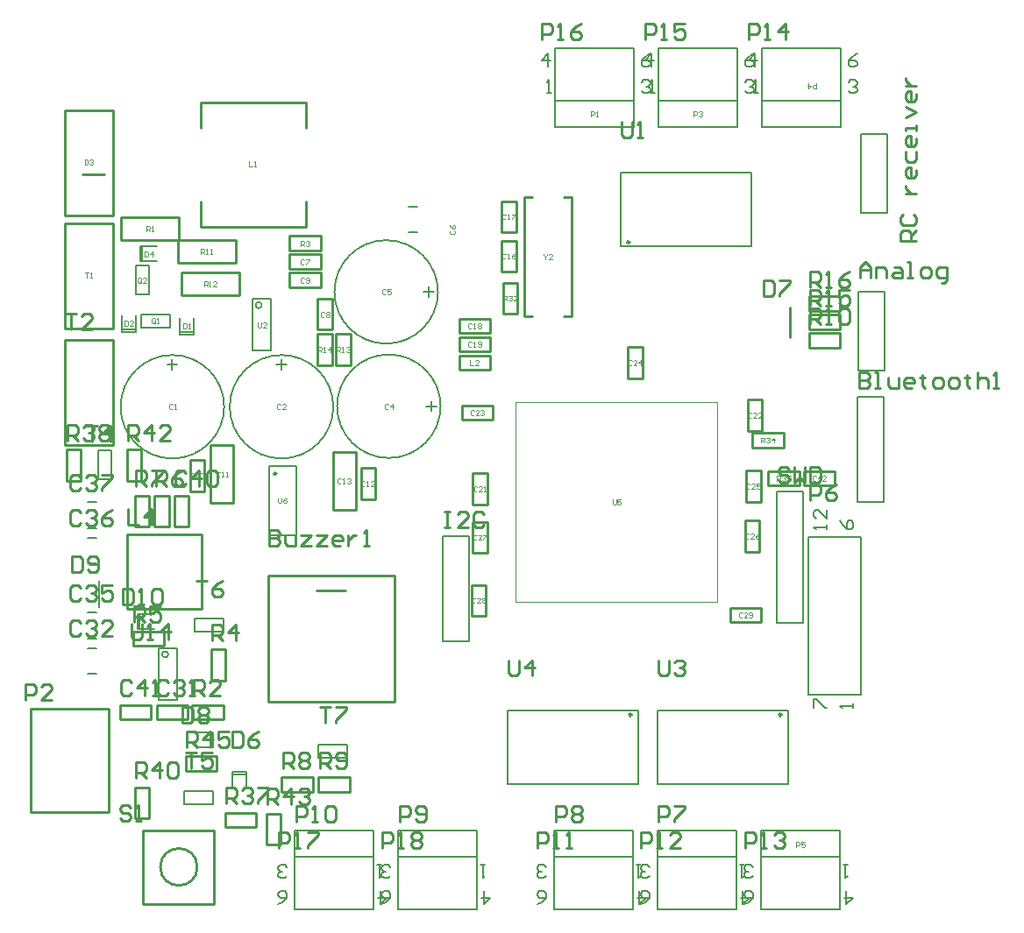
<source format=gto>
%FSLAX25Y25*%
%MOIN*%
G70*
G01*
G75*
G04 Layer_Color=65535*
%ADD10R,0.03740X0.03150*%
%ADD11C,0.02500*%
%ADD12R,0.03150X0.03740*%
%ADD13R,0.18000X0.12598*%
%ADD14R,0.05118X0.02756*%
%ADD15R,0.02559X0.04724*%
%ADD16O,0.09449X0.02362*%
%ADD17R,0.09449X0.02362*%
%ADD18R,0.28740X0.10433*%
%ADD19R,0.04921X0.06299*%
%ADD20R,0.05500X0.07600*%
%ADD21R,0.05118X0.10630*%
%ADD22R,0.06299X0.06299*%
%ADD23R,0.04724X0.02559*%
%ADD24R,0.15748X0.21654*%
%ADD25R,0.06299X0.04921*%
%ADD26R,0.10000X0.07000*%
%ADD27R,0.06299X0.06299*%
%ADD28R,0.05906X0.01300*%
%ADD29R,0.01300X0.05906*%
%ADD30R,0.10039X0.12992*%
%ADD31R,0.10039X0.03740*%
%ADD32R,0.09000X0.22000*%
%ADD33O,0.02362X0.08661*%
%ADD34R,0.02362X0.08661*%
%ADD35C,0.01000*%
%ADD36C,0.02000*%
%ADD37C,0.03000*%
%ADD38C,0.06000*%
%ADD39C,0.05906*%
%ADD40R,0.05906X0.05906*%
%ADD41C,0.09843*%
%ADD42R,0.08400X0.08400*%
%ADD43R,0.05906X0.05906*%
%ADD44C,0.21654*%
%ADD45C,0.05000*%
%ADD46R,0.07500X0.05000*%
%ADD47R,0.04724X0.02165*%
%ADD48C,0.00787*%
%ADD49C,0.00984*%
%ADD50C,0.00800*%
%ADD51C,0.00394*%
%ADD52C,0.00591*%
D35*
X-258952Y485601D02*
G03*
X-258952Y485601I-7018J0D01*
G01*
X-95256Y671594D02*
Y683405D01*
X-89744D01*
Y671594D02*
Y683405D01*
X-95256Y671594D02*
X-89744D01*
X-56406Y578744D02*
X-44594D01*
X-56406D02*
Y584256D01*
X-44594D01*
Y578744D02*
Y584256D01*
X-149244Y581095D02*
Y592906D01*
X-154756Y581095D02*
X-149244D01*
X-154756D02*
Y592906D01*
X-149244D01*
X-148744Y605094D02*
Y616905D01*
X-154256Y605094D02*
X-148744D01*
X-154256D02*
Y616905D01*
X-148744D01*
X-50756Y605594D02*
Y617406D01*
X-45244D01*
Y605594D02*
Y617406D01*
X-50756Y605594D02*
X-45244D01*
X-50256Y624594D02*
Y636406D01*
X-44744D01*
Y624594D02*
Y636406D01*
X-50256Y624594D02*
X-44744D01*
X-158405Y655744D02*
X-146595D01*
X-158405D02*
Y661256D01*
X-146595D01*
Y655744D02*
Y661256D01*
X-49756Y651594D02*
Y663406D01*
X-44244D01*
Y651594D02*
Y663406D01*
X-49756Y651594D02*
X-44244D01*
X-148744Y623595D02*
Y635405D01*
X-154256Y623595D02*
X-148744D01*
X-154256D02*
Y635405D01*
X-148744D01*
X-213709Y590709D02*
X-202488D01*
X-184000Y548500D02*
Y596500D01*
X-232000D02*
X-184000D01*
X-232000Y548500D02*
Y596500D01*
Y548500D02*
X-184000D01*
X-33736Y687291D02*
Y698512D01*
X-226905Y519756D02*
X-215094D01*
Y514244D02*
Y519756D01*
X-226905Y514244D02*
X-215094D01*
X-226905D02*
Y519756D01*
X-212906Y514244D02*
X-201095D01*
X-212906D02*
Y519756D01*
X-201095D01*
Y514244D02*
Y519756D01*
X-26406Y702756D02*
X-14594D01*
Y697244D02*
Y702756D01*
X-26406Y697244D02*
X-14594D01*
X-26406D02*
Y702756D01*
Y695756D02*
X-14594D01*
Y690244D02*
Y695756D01*
X-26406Y690244D02*
X-14594D01*
X-26406D02*
Y695756D01*
Y688756D02*
X-14594D01*
Y683244D02*
Y688756D01*
X-26406Y683244D02*
X-14594D01*
X-26406D02*
Y688756D01*
X-322264Y506315D02*
X-292736D01*
Y545685D01*
X-322264D02*
X-292736D01*
X-322264Y506315D02*
Y545685D01*
X-282756Y615095D02*
Y626905D01*
X-277244D01*
Y615095D02*
Y626905D01*
X-282756Y615095D02*
X-277244D01*
X-269744Y615095D02*
Y626905D01*
X-275256Y615095D02*
X-269744D01*
X-275256D02*
Y626905D01*
X-269744D01*
X-283405Y575256D02*
X-271595D01*
Y569744D02*
Y575256D01*
X-283405Y569744D02*
X-271595D01*
X-283405D02*
Y575256D01*
X-248244Y556595D02*
Y568405D01*
X-253756Y556595D02*
X-248244D01*
X-253756D02*
Y568405D01*
X-248244D01*
X-260906Y541744D02*
X-249095D01*
X-260906D02*
Y547256D01*
X-249095D01*
Y541744D02*
Y547256D01*
X-285768Y612276D02*
X-257138D01*
X-285768Y583685D02*
X-257197D01*
X-285768D02*
Y612276D01*
X-257197Y583685D02*
Y612284D01*
X-288405Y541744D02*
X-276594D01*
X-288405D02*
Y547256D01*
X-276594D01*
Y541744D02*
Y547256D01*
X-262244Y615095D02*
Y626905D01*
X-267756Y615095D02*
X-262244D01*
X-267756D02*
Y626905D01*
X-262244D01*
X-274406Y541744D02*
X-262595D01*
X-274406D02*
Y547256D01*
X-262595D01*
Y541744D02*
Y547256D01*
X-309421Y690406D02*
Y730406D01*
X-290921Y690406D02*
Y730406D01*
X-309421D02*
X-290921D01*
X-309421Y690406D02*
X-290921D01*
X-213177Y676500D02*
Y688311D01*
X-207665D01*
Y676500D02*
Y688311D01*
X-213177Y676500D02*
X-207665D01*
X-200665Y676500D02*
Y688311D01*
X-206177Y676500D02*
X-200665D01*
X-206177D02*
Y688311D01*
X-200665D01*
X-264945Y703075D02*
X-242898D01*
X-264945D02*
Y711736D01*
X-242898D01*
Y703075D02*
Y711736D01*
X-266445Y715575D02*
X-244398D01*
X-266445D02*
Y724236D01*
X-244398D01*
Y715575D02*
Y724236D01*
X-223827Y725661D02*
X-212016D01*
Y720150D02*
Y725661D01*
X-223827Y720150D02*
X-212016D01*
X-223827D02*
Y725661D01*
X-287945Y724075D02*
X-265898D01*
X-287945D02*
Y732736D01*
X-265898D01*
Y724075D02*
Y732736D01*
X-217606Y766905D02*
Y772905D01*
X-257606Y766905D02*
Y772905D01*
Y729405D02*
Y738905D01*
X-217606Y729405D02*
Y738905D01*
X-257606Y776528D02*
X-217606D01*
X-257606Y729284D02*
X-217606D01*
X-257606Y766905D02*
Y776405D01*
X-217606Y766905D02*
Y776405D01*
X-302521Y749106D02*
X-294421D01*
X-309421Y733405D02*
X-290921D01*
X-309421Y773406D02*
X-290921D01*
Y733405D02*
Y773406D01*
X-309421Y733405D02*
Y773406D01*
X-223827Y711661D02*
X-212016D01*
Y706150D02*
Y711661D01*
X-223827Y706150D02*
X-212016D01*
X-223827D02*
Y711661D01*
X-213177Y690000D02*
Y701811D01*
X-207665D01*
Y690000D02*
Y701811D01*
X-213177Y690000D02*
X-207665D01*
X-223827Y713150D02*
X-212016D01*
X-223827D02*
Y718661D01*
X-212016D01*
Y713150D02*
Y718661D01*
X-309421Y646000D02*
X-290921D01*
X-309421Y686000D02*
X-290921D01*
Y646000D02*
Y686000D01*
X-309421Y646000D02*
Y686000D01*
X-279470Y471601D02*
X-253470D01*
X-279470D02*
Y499601D01*
X-252470D01*
Y471601D02*
Y499601D01*
X-279470Y471601D02*
X-252470D01*
X-248406Y506256D02*
X-236595D01*
Y500744D02*
Y506256D01*
X-248406Y500744D02*
X-236595D01*
X-248406D02*
Y506256D01*
X-308756Y632594D02*
Y644406D01*
X-303244D01*
Y632594D02*
Y644406D01*
X-308756Y632594D02*
X-303244D01*
X-282756Y504095D02*
Y515906D01*
X-277244D01*
Y504095D02*
Y515906D01*
X-282756Y504095D02*
X-277244D01*
X-280244Y632594D02*
Y644406D01*
X-285756Y632594D02*
X-280244D01*
X-285756D02*
Y644406D01*
X-280244D01*
X-227244Y494095D02*
Y505905D01*
X-232756Y494095D02*
X-227244D01*
X-232756D02*
Y505905D01*
X-227244D01*
X-263405Y527756D02*
X-251594D01*
Y522244D02*
Y527756D01*
X-263405Y522244D02*
X-251594D01*
X-263405D02*
Y527756D01*
X-256244Y628594D02*
Y640406D01*
X-261756Y628594D02*
X-256244D01*
X-261756D02*
Y640406D01*
X-256244D01*
X-253831Y623976D02*
X-245169D01*
Y646024D01*
X-253831D02*
X-245169D01*
X-253831Y623976D02*
Y646024D01*
X-196756Y625595D02*
Y637405D01*
X-191244D01*
Y625595D02*
Y637405D01*
X-196756Y625595D02*
X-191244D01*
X-207331Y643524D02*
X-198669D01*
X-207331Y621476D02*
Y643524D01*
Y621476D02*
X-198669D01*
Y643524D01*
X-137744Y712094D02*
Y723906D01*
X-143256Y712094D02*
X-137744D01*
X-143256D02*
Y723906D01*
X-137744D01*
X-143256Y727095D02*
Y738905D01*
X-137744D01*
Y727095D02*
Y738905D01*
X-143256Y727095D02*
X-137744D01*
X-159406Y694256D02*
X-147594D01*
Y688744D02*
Y694256D01*
X-159406Y688744D02*
X-147594D01*
X-159406D02*
Y694256D01*
Y687256D02*
X-147594D01*
Y681744D02*
Y687256D01*
X-159406Y681744D02*
X-147594D01*
X-159406D02*
Y687256D01*
X-28405Y636256D02*
X-16594D01*
Y630744D02*
Y636256D01*
X-28405Y630744D02*
X-16594D01*
X-28405D02*
Y636256D01*
X-142756Y696095D02*
Y707905D01*
X-137244D01*
Y696095D02*
Y707905D01*
X-142756Y696095D02*
X-137244D01*
X-47905Y650756D02*
X-36094D01*
Y645244D02*
Y650756D01*
X-47905Y645244D02*
X-36094D01*
X-47905D02*
Y650756D01*
X-41906Y630744D02*
X-30095D01*
X-41906D02*
Y636256D01*
X-30095D01*
Y630744D02*
Y636256D01*
X-134500Y695000D02*
X-131500D01*
X-119500D02*
X-116500D01*
X-119500Y740500D02*
X-116500D01*
X-134500D02*
X-131500D01*
X-116500Y695000D02*
Y740500D01*
X-134500Y695000D02*
Y740500D01*
X-159406Y680256D02*
X-147594D01*
Y674744D02*
Y680256D01*
X-159406Y674744D02*
X-147594D01*
X-159406D02*
Y680256D01*
X-164880Y620898D02*
X-162881D01*
X-163881D01*
Y614900D01*
X-164880D01*
X-162881D01*
X-155883D02*
X-159882D01*
X-155883Y618899D01*
Y619898D01*
X-156883Y620898D01*
X-158882D01*
X-159882Y619898D01*
X-149885D02*
X-150885Y620898D01*
X-152884D01*
X-153884Y619898D01*
Y615900D01*
X-152884Y614900D01*
X-150885D01*
X-149885Y615900D01*
X-6850Y709850D02*
Y713849D01*
X-4851Y715848D01*
X-2851Y713849D01*
Y709850D01*
Y712849D01*
X-6850D01*
X-852Y709850D02*
Y713849D01*
X2147D01*
X3147Y712849D01*
Y709850D01*
X6146Y713849D02*
X8145D01*
X9145Y712849D01*
Y709850D01*
X6146D01*
X5146Y710850D01*
X6146Y711849D01*
X9145D01*
X11144Y709850D02*
X13144D01*
X12144D01*
Y715848D01*
X11144D01*
X17142Y709850D02*
X19142D01*
X20141Y710850D01*
Y712849D01*
X19142Y713849D01*
X17142D01*
X16143Y712849D01*
Y710850D01*
X17142Y709850D01*
X24140Y707851D02*
X25140D01*
X26139Y708850D01*
Y713849D01*
X23140D01*
X22141Y712849D01*
Y710850D01*
X23140Y709850D01*
X26139D01*
X-25850Y625250D02*
Y631248D01*
X-22851D01*
X-21851Y630248D01*
Y628249D01*
X-22851Y627249D01*
X-25850D01*
X-15853Y631248D02*
X-17853Y630248D01*
X-19852Y628249D01*
Y626250D01*
X-18852Y625250D01*
X-16853D01*
X-15853Y626250D01*
Y627249D01*
X-16853Y628249D01*
X-19852D01*
X-212380Y546498D02*
X-208382D01*
X-210381D01*
Y540500D01*
X-206382Y546498D02*
X-202383D01*
Y545498D01*
X-206382Y541500D01*
Y540500D01*
X-25880Y706300D02*
Y712298D01*
X-22881D01*
X-21882Y711298D01*
Y709299D01*
X-22881Y708299D01*
X-25880D01*
X-23881D02*
X-21882Y706300D01*
X-19882D02*
X-17883D01*
X-18883D01*
Y712298D01*
X-19882Y711298D01*
X-10885Y712298D02*
X-12885Y711298D01*
X-14884Y709299D01*
Y707300D01*
X-13884Y706300D01*
X-11885D01*
X-10885Y707300D01*
Y708299D01*
X-11885Y709299D01*
X-14884D01*
X-25880Y699300D02*
Y705298D01*
X-22881D01*
X-21882Y704298D01*
Y702299D01*
X-22881Y701299D01*
X-25880D01*
X-23881D02*
X-21882Y699300D01*
X-19882D02*
X-17883D01*
X-18883D01*
Y705298D01*
X-19882Y704298D01*
X-10885Y705298D02*
X-14884D01*
Y702299D01*
X-12885Y703299D01*
X-11885D01*
X-10885Y702299D01*
Y700300D01*
X-11885Y699300D01*
X-13884D01*
X-14884Y700300D01*
X-25880Y692300D02*
Y698298D01*
X-22881D01*
X-21882Y697298D01*
Y695299D01*
X-22881Y694299D01*
X-25880D01*
X-23881D02*
X-21882Y692300D01*
X-19882D02*
X-17883D01*
X-18883D01*
Y698298D01*
X-19882Y697298D01*
X-14884D02*
X-13884Y698298D01*
X-11885D01*
X-10885Y697298D01*
Y693300D01*
X-11885Y692300D01*
X-13884D01*
X-14884Y693300D01*
Y697298D01*
X-212380Y523300D02*
Y529298D01*
X-209381D01*
X-208382Y528298D01*
Y526299D01*
X-209381Y525299D01*
X-212380D01*
X-210381D02*
X-208382Y523300D01*
X-206382Y524300D02*
X-205383Y523300D01*
X-203383D01*
X-202383Y524300D01*
Y528298D01*
X-203383Y529298D01*
X-205383D01*
X-206382Y528298D01*
Y527299D01*
X-205383Y526299D01*
X-202383D01*
X-226450Y523250D02*
Y529248D01*
X-223451D01*
X-222451Y528248D01*
Y526249D01*
X-223451Y525249D01*
X-226450D01*
X-224451D02*
X-222451Y523250D01*
X-220452Y528248D02*
X-219452Y529248D01*
X-217453D01*
X-216453Y528248D01*
Y527249D01*
X-217453Y526249D01*
X-216453Y525249D01*
Y524250D01*
X-217453Y523250D01*
X-219452D01*
X-220452Y524250D01*
Y525249D01*
X-219452Y526249D01*
X-220452Y527249D01*
Y528248D01*
X-219452Y526249D02*
X-217453D01*
X-43780Y708898D02*
Y702900D01*
X-40781D01*
X-39782Y703900D01*
Y707898D01*
X-40781Y708898D01*
X-43780D01*
X-37782D02*
X-33784D01*
Y707898D01*
X-37782Y703900D01*
Y702900D01*
X-231550Y613748D02*
Y607750D01*
X-228551D01*
X-227551Y608750D01*
Y609749D01*
X-228551Y610749D01*
X-231550D01*
X-228551D01*
X-227551Y611749D01*
Y612748D01*
X-228551Y613748D01*
X-231550D01*
X-225552Y611749D02*
Y608750D01*
X-224552Y607750D01*
X-221553D01*
Y611749D01*
X-219554D02*
X-215555D01*
X-219554Y607750D01*
X-215555D01*
X-213556Y611749D02*
X-209557D01*
X-213556Y607750D01*
X-209557D01*
X-204559D02*
X-206558D01*
X-207558Y608750D01*
Y610749D01*
X-206558Y611749D01*
X-204559D01*
X-203559Y610749D01*
Y609749D01*
X-207558D01*
X-201560Y611749D02*
Y607750D01*
Y609749D01*
X-200560Y610749D01*
X-199560Y611749D01*
X-198561D01*
X-195562Y607750D02*
X-193562D01*
X-194562D01*
Y613748D01*
X-195562Y612748D01*
X-324180Y549200D02*
Y555198D01*
X-321181D01*
X-320182Y554198D01*
Y552199D01*
X-321181Y551199D01*
X-324180D01*
X-314183Y549200D02*
X-318182D01*
X-314183Y553199D01*
Y554198D01*
X-315183Y555198D01*
X-317183D01*
X-318182Y554198D01*
X-283950Y578248D02*
Y573250D01*
X-282950Y572250D01*
X-280951D01*
X-279951Y573250D01*
Y578248D01*
X-277952Y572250D02*
X-275953D01*
X-276952D01*
Y578248D01*
X-277952Y577248D01*
X-269954Y572250D02*
Y578248D01*
X-272954Y575249D01*
X-268955D01*
X-259380Y594498D02*
X-255382D01*
X-257381D01*
Y588500D01*
X-249383Y594498D02*
X-251383Y593498D01*
X-253382Y591499D01*
Y589500D01*
X-252383Y588500D01*
X-250383D01*
X-249383Y589500D01*
Y590499D01*
X-250383Y591499D01*
X-253382D01*
X-282280Y630400D02*
Y636398D01*
X-279281D01*
X-278282Y635398D01*
Y633399D01*
X-279281Y632399D01*
X-282280D01*
X-280281D02*
X-278282Y630400D01*
X-276282Y636398D02*
X-272284D01*
Y635398D01*
X-276282Y631400D01*
Y630400D01*
X-274780D02*
Y636398D01*
X-271781D01*
X-270782Y635398D01*
Y633399D01*
X-271781Y632399D01*
X-274780D01*
X-272781D02*
X-270782Y630400D01*
X-264784Y636398D02*
X-266783Y635398D01*
X-268782Y633399D01*
Y631400D01*
X-267783Y630400D01*
X-265783D01*
X-264784Y631400D01*
Y632399D01*
X-265783Y633399D01*
X-268782D01*
X-282880Y578800D02*
Y584798D01*
X-279881D01*
X-278882Y583798D01*
Y581799D01*
X-279881Y580799D01*
X-282880D01*
X-280881D02*
X-278882Y578800D01*
X-272884Y584798D02*
X-276882D01*
Y581799D01*
X-274883Y582799D01*
X-273883D01*
X-272884Y581799D01*
Y579800D01*
X-273883Y578800D01*
X-275883D01*
X-276882Y579800D01*
X-253280Y571900D02*
Y577898D01*
X-250281D01*
X-249282Y576898D01*
Y574899D01*
X-250281Y573899D01*
X-253280D01*
X-251281D02*
X-249282Y571900D01*
X-244283D02*
Y577898D01*
X-247282Y574899D01*
X-243284D01*
X-260380Y550800D02*
Y556798D01*
X-257381D01*
X-256382Y555798D01*
Y553799D01*
X-257381Y552799D01*
X-260380D01*
X-258381D02*
X-256382Y550800D01*
X-250383D02*
X-254382D01*
X-250383Y554799D01*
Y555798D01*
X-251383Y556798D01*
X-253383D01*
X-254382Y555798D01*
X-285280Y621798D02*
Y615800D01*
X-281282D01*
X-276283D02*
Y621798D01*
X-279282Y618799D01*
X-275284D01*
X-287180Y591498D02*
Y585500D01*
X-284181D01*
X-283182Y586500D01*
Y590498D01*
X-284181Y591498D01*
X-287180D01*
X-281182Y585500D02*
X-279183D01*
X-280183D01*
Y591498D01*
X-281182Y590498D01*
X-276184D02*
X-275184Y591498D01*
X-273185D01*
X-272185Y590498D01*
Y586500D01*
X-273185Y585500D01*
X-275184D01*
X-276184Y586500D01*
Y590498D01*
X-306580Y603898D02*
Y597900D01*
X-303581D01*
X-302582Y598900D01*
Y602898D01*
X-303581Y603898D01*
X-306580D01*
X-300582Y598900D02*
X-299583Y597900D01*
X-297583D01*
X-296584Y598900D01*
Y602898D01*
X-297583Y603898D01*
X-299583D01*
X-300582Y602898D01*
Y601899D01*
X-299583Y600899D01*
X-296584D01*
X-283882Y555798D02*
X-284881Y556798D01*
X-286881D01*
X-287880Y555798D01*
Y551800D01*
X-286881Y550800D01*
X-284881D01*
X-283882Y551800D01*
X-278883Y550800D02*
Y556798D01*
X-281882Y553799D01*
X-277884D01*
X-275884Y550800D02*
X-273885D01*
X-274885D01*
Y556798D01*
X-275884Y555798D01*
X-263282Y635398D02*
X-264281Y636398D01*
X-266281D01*
X-267280Y635398D01*
Y631400D01*
X-266281Y630400D01*
X-264281D01*
X-263282Y631400D01*
X-258283Y630400D02*
Y636398D01*
X-261282Y633399D01*
X-257283D01*
X-255284Y635398D02*
X-254285Y636398D01*
X-252285D01*
X-251286Y635398D01*
Y631400D01*
X-252285Y630400D01*
X-254285D01*
X-255284Y631400D01*
Y635398D01*
X-303451Y633948D02*
X-304451Y634948D01*
X-306450D01*
X-307450Y633948D01*
Y629950D01*
X-306450Y628950D01*
X-304451D01*
X-303451Y629950D01*
X-301452Y633948D02*
X-300452Y634948D01*
X-298453D01*
X-297453Y633948D01*
Y632949D01*
X-298453Y631949D01*
X-299453D01*
X-298453D01*
X-297453Y630949D01*
Y629950D01*
X-298453Y628950D01*
X-300452D01*
X-301452Y629950D01*
X-295454Y634948D02*
X-291455D01*
Y633948D01*
X-295454Y629950D01*
Y628950D01*
X-303451Y620448D02*
X-304451Y621448D01*
X-306450D01*
X-307450Y620448D01*
Y616450D01*
X-306450Y615450D01*
X-304451D01*
X-303451Y616450D01*
X-301452Y620448D02*
X-300452Y621448D01*
X-298453D01*
X-297453Y620448D01*
Y619449D01*
X-298453Y618449D01*
X-299453D01*
X-298453D01*
X-297453Y617449D01*
Y616450D01*
X-298453Y615450D01*
X-300452D01*
X-301452Y616450D01*
X-291455Y621448D02*
X-293455Y620448D01*
X-295454Y618449D01*
Y616450D01*
X-294454Y615450D01*
X-292455D01*
X-291455Y616450D01*
Y617449D01*
X-292455Y618449D01*
X-295454D01*
X-303451Y591948D02*
X-304451Y592948D01*
X-306450D01*
X-307450Y591948D01*
Y587950D01*
X-306450Y586950D01*
X-304451D01*
X-303451Y587950D01*
X-301452Y591948D02*
X-300452Y592948D01*
X-298453D01*
X-297453Y591948D01*
Y590949D01*
X-298453Y589949D01*
X-299453D01*
X-298453D01*
X-297453Y588949D01*
Y587950D01*
X-298453Y586950D01*
X-300452D01*
X-301452Y587950D01*
X-291455Y592948D02*
X-295454D01*
Y589949D01*
X-293455Y590949D01*
X-292455D01*
X-291455Y589949D01*
Y587950D01*
X-292455Y586950D01*
X-294454D01*
X-295454Y587950D01*
X-303451Y578448D02*
X-304451Y579448D01*
X-306450D01*
X-307450Y578448D01*
Y574450D01*
X-306450Y573450D01*
X-304451D01*
X-303451Y574450D01*
X-301452Y578448D02*
X-300452Y579448D01*
X-298453D01*
X-297453Y578448D01*
Y577449D01*
X-298453Y576449D01*
X-299453D01*
X-298453D01*
X-297453Y575449D01*
Y574450D01*
X-298453Y573450D01*
X-300452D01*
X-301452Y574450D01*
X-291455Y573450D02*
X-295454D01*
X-291455Y577449D01*
Y578448D01*
X-292455Y579448D01*
X-294454D01*
X-295454Y578448D01*
X-269882Y555798D02*
X-270881Y556798D01*
X-272881D01*
X-273880Y555798D01*
Y551800D01*
X-272881Y550800D01*
X-270881D01*
X-269882Y551800D01*
X-267882Y555798D02*
X-266883Y556798D01*
X-264883D01*
X-263883Y555798D01*
Y554799D01*
X-264883Y553799D01*
X-265883D01*
X-264883D01*
X-263883Y552799D01*
Y551800D01*
X-264883Y550800D01*
X-266883D01*
X-267882Y551800D01*
X-261884Y550800D02*
X-259885D01*
X-260884D01*
Y556798D01*
X-261884Y555798D01*
X-308880Y695998D02*
X-304882D01*
X-306881D01*
Y690000D01*
X-298884D02*
X-302882D01*
X-298884Y693999D01*
Y694998D01*
X-299883Y695998D01*
X-301883D01*
X-302882Y694998D01*
X-300972Y653428D02*
X-296974D01*
X-298973D01*
Y647430D01*
X-291975D02*
Y653428D01*
X-294974Y650429D01*
X-290976D01*
X-263380Y528998D02*
X-259382D01*
X-261381D01*
Y523000D01*
X-253383Y528998D02*
X-257382D01*
Y525999D01*
X-255383Y526999D01*
X-254383D01*
X-253383Y525999D01*
Y524000D01*
X-254383Y523000D01*
X-256383D01*
X-257382Y524000D01*
X-284371Y508092D02*
X-285371Y509092D01*
X-287370D01*
X-288370Y508092D01*
Y507092D01*
X-287370Y506093D01*
X-285371D01*
X-284371Y505093D01*
Y504093D01*
X-285371Y503094D01*
X-287370D01*
X-288370Y504093D01*
X-282372Y503094D02*
X-280373D01*
X-281372D01*
Y509092D01*
X-282372Y508092D01*
X-308280Y647900D02*
Y653898D01*
X-305281D01*
X-304282Y652898D01*
Y650899D01*
X-305281Y649899D01*
X-308280D01*
X-306281D02*
X-304282Y647900D01*
X-302282Y652898D02*
X-301283Y653898D01*
X-299283D01*
X-298284Y652898D01*
Y651899D01*
X-299283Y650899D01*
X-300283D01*
X-299283D01*
X-298284Y649899D01*
Y648900D01*
X-299283Y647900D01*
X-301283D01*
X-302282Y648900D01*
X-296284Y652898D02*
X-295285Y653898D01*
X-293285D01*
X-292285Y652898D01*
Y651899D01*
X-293285Y650899D01*
X-292285Y649899D01*
Y648900D01*
X-293285Y647900D01*
X-295285D01*
X-296284Y648900D01*
Y649899D01*
X-295285Y650899D01*
X-296284Y651899D01*
Y652898D01*
X-295285Y650899D02*
X-293285D01*
X-262897Y531293D02*
Y537291D01*
X-259898D01*
X-258898Y536291D01*
Y534292D01*
X-259898Y533292D01*
X-262897D01*
X-260897D02*
X-258898Y531293D01*
X-253900D02*
Y537291D01*
X-256899Y534292D01*
X-252900D01*
X-246902Y537291D02*
X-250901D01*
Y534292D01*
X-248901Y535291D01*
X-247902D01*
X-246902Y534292D01*
Y532292D01*
X-247902Y531293D01*
X-249901D01*
X-250901Y532292D01*
X-282280Y519400D02*
Y525398D01*
X-279281D01*
X-278282Y524398D01*
Y522399D01*
X-279281Y521399D01*
X-282280D01*
X-280281D02*
X-278282Y519400D01*
X-273283D02*
Y525398D01*
X-276282Y522399D01*
X-272284D01*
X-270284Y524398D02*
X-269285Y525398D01*
X-267285D01*
X-266285Y524398D01*
Y520400D01*
X-267285Y519400D01*
X-269285D01*
X-270284Y520400D01*
Y524398D01*
X-247880Y509800D02*
Y515798D01*
X-244881D01*
X-243882Y514798D01*
Y512799D01*
X-244881Y511799D01*
X-247880D01*
X-245881D02*
X-243882Y509800D01*
X-241882Y514798D02*
X-240883Y515798D01*
X-238883D01*
X-237883Y514798D01*
Y513799D01*
X-238883Y512799D01*
X-239883D01*
X-238883D01*
X-237883Y511799D01*
Y510800D01*
X-238883Y509800D01*
X-240883D01*
X-241882Y510800D01*
X-235884Y515798D02*
X-231886D01*
Y514798D01*
X-235884Y510800D01*
Y509800D01*
X-232280Y509400D02*
Y515398D01*
X-229281D01*
X-228282Y514398D01*
Y512399D01*
X-229281Y511399D01*
X-232280D01*
X-230281D02*
X-228282Y509400D01*
X-223283D02*
Y515398D01*
X-226282Y512399D01*
X-222284D01*
X-220284Y514398D02*
X-219285Y515398D01*
X-217285D01*
X-216285Y514398D01*
Y513399D01*
X-217285Y512399D01*
X-218285D01*
X-217285D01*
X-216285Y511399D01*
Y510400D01*
X-217285Y509400D01*
X-219285D01*
X-220284Y510400D01*
X-285280Y647900D02*
Y653898D01*
X-282281D01*
X-281282Y652898D01*
Y650899D01*
X-282281Y649899D01*
X-285280D01*
X-283281D02*
X-281282Y647900D01*
X-276283D02*
Y653898D01*
X-279282Y650899D01*
X-275284D01*
X-269285Y647900D02*
X-273284D01*
X-269285Y651899D01*
Y652898D01*
X-270285Y653898D01*
X-272285D01*
X-273284Y652898D01*
X-245580Y537198D02*
Y531200D01*
X-242581D01*
X-241582Y532200D01*
Y536198D01*
X-242581Y537198D01*
X-245580D01*
X-235583D02*
X-237583Y536198D01*
X-239582Y534199D01*
Y532200D01*
X-238583Y531200D01*
X-236583D01*
X-235583Y532200D01*
Y533199D01*
X-236583Y534199D01*
X-239582D01*
X-140492Y564304D02*
Y559306D01*
X-139492Y558306D01*
X-137493D01*
X-136493Y559306D01*
Y564304D01*
X-131495Y558306D02*
Y564304D01*
X-134494Y561305D01*
X-130495D01*
X-83510Y564304D02*
Y559306D01*
X-82511Y558306D01*
X-80511D01*
X-79511Y559306D01*
Y564304D01*
X-77512Y563305D02*
X-76512Y564304D01*
X-74513D01*
X-73514Y563305D01*
Y562305D01*
X-74513Y561305D01*
X-75513D01*
X-74513D01*
X-73514Y560306D01*
Y559306D01*
X-74513Y558306D01*
X-76512D01*
X-77512Y559306D01*
X-97480Y768998D02*
Y764000D01*
X-96481Y763000D01*
X-94481D01*
X-93482Y764000D01*
Y768998D01*
X-91482Y763000D02*
X-89483D01*
X-90483D01*
Y768998D01*
X-91482Y767998D01*
X-83480Y502700D02*
Y508698D01*
X-80481D01*
X-79482Y507698D01*
Y505699D01*
X-80481Y504699D01*
X-83480D01*
X-77482Y508698D02*
X-73484D01*
Y507698D01*
X-77482Y503700D01*
Y502700D01*
X-122780D02*
Y508698D01*
X-119781D01*
X-118782Y507698D01*
Y505699D01*
X-119781Y504699D01*
X-122780D01*
X-116782Y507698D02*
X-115783Y508698D01*
X-113783D01*
X-112784Y507698D01*
Y506699D01*
X-113783Y505699D01*
X-112784Y504699D01*
Y503700D01*
X-113783Y502700D01*
X-115783D01*
X-116782Y503700D01*
Y504699D01*
X-115783Y505699D01*
X-116782Y506699D01*
Y507698D01*
X-115783Y505699D02*
X-113783D01*
X-181880Y502700D02*
Y508698D01*
X-178881D01*
X-177882Y507698D01*
Y505699D01*
X-178881Y504699D01*
X-181880D01*
X-175882Y503700D02*
X-174883Y502700D01*
X-172883D01*
X-171883Y503700D01*
Y507698D01*
X-172883Y508698D01*
X-174883D01*
X-175882Y507698D01*
Y506699D01*
X-174883Y505699D01*
X-171883D01*
X-221280Y502700D02*
Y508698D01*
X-218281D01*
X-217282Y507698D01*
Y505699D01*
X-218281Y504699D01*
X-221280D01*
X-215282Y502700D02*
X-213283D01*
X-214283D01*
Y508698D01*
X-215282Y507698D01*
X-210284D02*
X-209284Y508698D01*
X-207285D01*
X-206285Y507698D01*
Y503700D01*
X-207285Y502700D01*
X-209284D01*
X-210284Y503700D01*
Y507698D01*
X-129580Y492700D02*
Y498698D01*
X-126581D01*
X-125582Y497698D01*
Y495699D01*
X-126581Y494699D01*
X-129580D01*
X-123582Y492700D02*
X-121583D01*
X-122583D01*
Y498698D01*
X-123582Y497698D01*
X-118584Y492700D02*
X-116585D01*
X-117584D01*
Y498698D01*
X-118584Y497698D01*
X-90180Y492700D02*
Y498698D01*
X-87181D01*
X-86182Y497698D01*
Y495699D01*
X-87181Y494699D01*
X-90180D01*
X-84182Y492700D02*
X-82183D01*
X-83183D01*
Y498698D01*
X-84182Y497698D01*
X-75185Y492700D02*
X-79184D01*
X-75185Y496699D01*
Y497698D01*
X-76185Y498698D01*
X-78184D01*
X-79184Y497698D01*
X-50780Y492700D02*
Y498698D01*
X-47781D01*
X-46782Y497698D01*
Y495699D01*
X-47781Y494699D01*
X-50780D01*
X-44782Y492700D02*
X-42783D01*
X-43783D01*
Y498698D01*
X-44782Y497698D01*
X-39784D02*
X-38784Y498698D01*
X-36785D01*
X-35785Y497698D01*
Y496699D01*
X-36785Y495699D01*
X-37784D01*
X-36785D01*
X-35785Y494699D01*
Y493700D01*
X-36785Y492700D01*
X-38784D01*
X-39784Y493700D01*
X-49180Y800500D02*
Y806498D01*
X-46181D01*
X-45182Y805498D01*
Y803499D01*
X-46181Y802499D01*
X-49180D01*
X-43182Y800500D02*
X-41183D01*
X-42183D01*
Y806498D01*
X-43182Y805498D01*
X-35185Y800500D02*
Y806498D01*
X-38184Y803499D01*
X-34185D01*
X-88580Y800500D02*
Y806498D01*
X-85581D01*
X-84582Y805498D01*
Y803499D01*
X-85581Y802499D01*
X-88580D01*
X-82582Y800500D02*
X-80583D01*
X-81583D01*
Y806498D01*
X-82582Y805498D01*
X-73585Y806498D02*
X-77584D01*
Y803499D01*
X-75585Y804499D01*
X-74585D01*
X-73585Y803499D01*
Y801500D01*
X-74585Y800500D01*
X-76584D01*
X-77584Y801500D01*
X-127880Y800500D02*
Y806498D01*
X-124881D01*
X-123882Y805498D01*
Y803499D01*
X-124881Y802499D01*
X-127880D01*
X-121882Y800500D02*
X-119883D01*
X-120883D01*
Y806498D01*
X-121882Y805498D01*
X-112885Y806498D02*
X-114884Y805498D01*
X-116884Y803499D01*
Y801500D01*
X-115884Y800500D01*
X-113885D01*
X-112885Y801500D01*
Y802499D01*
X-113885Y803499D01*
X-116884D01*
X-227980Y492700D02*
Y498698D01*
X-224981D01*
X-223982Y497698D01*
Y495699D01*
X-224981Y494699D01*
X-227980D01*
X-221982Y492700D02*
X-219983D01*
X-220983D01*
Y498698D01*
X-221982Y497698D01*
X-216984Y498698D02*
X-212985D01*
Y497698D01*
X-216984Y493700D01*
Y492700D01*
X-188580D02*
Y498698D01*
X-185581D01*
X-184582Y497698D01*
Y495699D01*
X-185581Y494699D01*
X-188580D01*
X-182582Y492700D02*
X-180583D01*
X-181583D01*
Y498698D01*
X-182582Y497698D01*
X-177584D02*
X-176584Y498698D01*
X-174585D01*
X-173585Y497698D01*
Y496699D01*
X-174585Y495699D01*
X-173585Y494699D01*
Y493700D01*
X-174585Y492700D01*
X-176584D01*
X-177584Y493700D01*
Y494699D01*
X-176584Y495699D01*
X-177584Y496699D01*
Y497698D01*
X-176584Y495699D02*
X-174585D01*
X-7260Y673754D02*
Y667756D01*
X-4261D01*
X-3261Y668756D01*
Y669756D01*
X-4261Y670755D01*
X-7260D01*
X-4261D01*
X-3261Y671755D01*
Y672755D01*
X-4261Y673754D01*
X-7260D01*
X-1262Y667756D02*
X737D01*
X-262D01*
Y673754D01*
X-1262D01*
X3736Y671755D02*
Y668756D01*
X4736Y667756D01*
X7735D01*
Y671755D01*
X12733Y667756D02*
X10734D01*
X9734Y668756D01*
Y670755D01*
X10734Y671755D01*
X12733D01*
X13733Y670755D01*
Y669756D01*
X9734D01*
X16732Y672755D02*
Y671755D01*
X15732D01*
X17732D01*
X16732D01*
Y668756D01*
X17732Y667756D01*
X21730D02*
X23730D01*
X24729Y668756D01*
Y670755D01*
X23730Y671755D01*
X21730D01*
X20731Y670755D01*
Y668756D01*
X21730Y667756D01*
X27728D02*
X29728D01*
X30727Y668756D01*
Y670755D01*
X29728Y671755D01*
X27728D01*
X26729Y670755D01*
Y668756D01*
X27728Y667756D01*
X33727Y672755D02*
Y671755D01*
X32727D01*
X34726D01*
X33727D01*
Y668756D01*
X34726Y667756D01*
X37725Y673754D02*
Y667756D01*
Y670755D01*
X38725Y671755D01*
X40724D01*
X41724Y670755D01*
Y667756D01*
X43723D02*
X45723D01*
X44723D01*
Y673754D01*
X43723Y672755D01*
X-264680Y546498D02*
Y540500D01*
X-261681D01*
X-260682Y541500D01*
Y545498D01*
X-261681Y546498D01*
X-264680D01*
X-258682Y545498D02*
X-257683Y546498D01*
X-255683D01*
X-254683Y545498D01*
Y544499D01*
X-255683Y543499D01*
X-254683Y542499D01*
Y541500D01*
X-255683Y540500D01*
X-257683D01*
X-258682Y541500D01*
Y542499D01*
X-257683Y543499D01*
X-258682Y544499D01*
Y545498D01*
X-257683Y543499D02*
X-255683D01*
X14248Y723752D02*
X8250D01*
Y726751D01*
X9250Y727751D01*
X11249D01*
X12249Y726751D01*
Y723752D01*
Y725751D02*
X14248Y727751D01*
X9250Y733749D02*
X8250Y732749D01*
Y730750D01*
X9250Y729750D01*
X13248D01*
X14248Y730750D01*
Y732749D01*
X13248Y733749D01*
X10249Y741746D02*
X14248D01*
X12249D01*
X11249Y742746D01*
X10249Y743746D01*
Y744745D01*
X14248Y750743D02*
Y748744D01*
X13248Y747744D01*
X11249D01*
X10249Y748744D01*
Y750743D01*
X11249Y751743D01*
X12249D01*
Y747744D01*
X10249Y757741D02*
Y754742D01*
X11249Y753742D01*
X13248D01*
X14248Y754742D01*
Y757741D01*
Y762739D02*
Y760740D01*
X13248Y759740D01*
X11249D01*
X10249Y760740D01*
Y762739D01*
X11249Y763739D01*
X12249D01*
Y759740D01*
X14248Y765738D02*
Y767738D01*
Y766738D01*
X10249D01*
Y765738D01*
Y770737D02*
X14248Y772736D01*
X10249Y774735D01*
X14248Y779734D02*
Y777735D01*
X13248Y776735D01*
X11249D01*
X10249Y777735D01*
Y779734D01*
X11249Y780733D01*
X12249D01*
Y776735D01*
X10249Y782733D02*
X14248D01*
X12249D01*
X11249Y783733D01*
X10249Y784732D01*
Y785732D01*
X-33851Y636848D02*
X-34851Y637848D01*
X-36850D01*
X-37850Y636848D01*
Y635849D01*
X-36850Y634849D01*
X-34851D01*
X-33851Y633849D01*
Y632850D01*
X-34851Y631850D01*
X-36850D01*
X-37850Y632850D01*
X-31852Y637848D02*
Y631850D01*
X-29853Y633849D01*
X-27853Y631850D01*
Y637848D01*
X-25854D02*
Y631850D01*
X-22855D01*
X-21855Y632850D01*
Y636848D01*
X-22855Y637848D01*
X-25854D01*
D48*
X-270000Y566480D02*
G03*
X-270000Y566480I-1181J0D01*
G01*
X-234421Y699386D02*
G03*
X-234421Y699386I-1181J0D01*
G01*
X-166436Y660906D02*
G03*
X-166436Y660906I-19685J0D01*
G01*
X-207236Y660706D02*
G03*
X-207236Y660706I-19685J0D01*
G01*
X-248736D02*
G03*
X-248736Y660706I-19685J0D01*
G01*
X-167436Y704405D02*
G03*
X-167436Y704405I-19685J0D01*
G01*
X-165500Y611500D02*
X-155500D01*
Y571500D02*
Y611500D01*
X-165500Y571500D02*
Y611500D01*
Y571500D02*
X-155500D01*
X2500Y674500D02*
Y704500D01*
X-7500D02*
X2500D01*
X-7500Y674500D02*
Y704500D01*
Y674500D02*
X2500D01*
X-26500Y551000D02*
Y611000D01*
Y551000D02*
X-6500D01*
Y611000D01*
X-26500D02*
X-6500D01*
X-213012Y527000D02*
X-201988D01*
X-213012Y532000D02*
X-201988D01*
X-213012Y527000D02*
Y532000D01*
X-201988Y527000D02*
Y532000D01*
X-273543Y549157D02*
X-266457D01*
X-273543Y568843D02*
X-266457D01*
Y549157D02*
Y568843D01*
X-273543Y549157D02*
Y568843D01*
X-260012Y575000D02*
X-248988D01*
X-260012Y580000D02*
X-248988D01*
X-260012Y575000D02*
Y580000D01*
X-248988Y575000D02*
Y580000D01*
X-280902Y576244D02*
Y581756D01*
X-281650Y576244D02*
Y581756D01*
X-275350D01*
X-281650Y576244D02*
X-275350D01*
X-300575Y614579D02*
X-297425D01*
X-300575Y624421D02*
X-297425D01*
X-300575Y601079D02*
X-297425D01*
X-300575Y610921D02*
X-297425D01*
X-300575Y572579D02*
X-297425D01*
X-300575Y582421D02*
X-297425D01*
X-300575Y559079D02*
X-297425D01*
X-300575Y568921D02*
X-297425D01*
X-237965Y682063D02*
X-230878D01*
X-237965Y701748D02*
X-230878D01*
Y682063D02*
Y701748D01*
X-237965Y682063D02*
Y701748D01*
X-282421Y714417D02*
X-277421D01*
X-282421Y703394D02*
X-277421D01*
X-282421D02*
Y714417D01*
X-277421Y703394D02*
Y714417D01*
X-280433Y690906D02*
Y695905D01*
X-269409Y690906D02*
Y695905D01*
X-280433Y690906D02*
X-269409D01*
X-280433Y695905D02*
X-269409D01*
X-280571Y716150D02*
X-274272D01*
X-280571Y721661D02*
X-274272D01*
X-280571Y716150D02*
Y721661D01*
X-279823Y716150D02*
Y721661D01*
X-282165Y689256D02*
Y695555D01*
X-287677Y689256D02*
Y695555D01*
Y689256D02*
X-282165D01*
X-287677Y690004D02*
X-282165D01*
X-260165Y688256D02*
Y694555D01*
X-265677Y688256D02*
Y694555D01*
Y688256D02*
X-260165D01*
X-265677Y689004D02*
X-260165D01*
X-178496Y726984D02*
X-175347D01*
X-178496Y736827D02*
X-175347D01*
X-245756Y520902D02*
X-240244D01*
X-245756Y521650D02*
X-240244D01*
Y515350D02*
Y521650D01*
X-245756Y515350D02*
Y521650D01*
X-291500Y632988D02*
Y644012D01*
X-296500Y632988D02*
Y644012D01*
Y632988D02*
X-291500D01*
X-296500Y644012D02*
X-291500D01*
X-264012Y514500D02*
X-252988D01*
X-264012Y509500D02*
X-252988D01*
Y514500D01*
X-264012Y509500D02*
Y514500D01*
X-231618Y611811D02*
X-221382D01*
X-231618Y638189D02*
X-221382D01*
Y611811D02*
Y638189D01*
X-231618Y611811D02*
Y638189D01*
X-141110Y545106D02*
X-91210D01*
X-141110Y517106D02*
X-91210D01*
Y545106D01*
X-141110Y517106D02*
Y545106D01*
X-84110D02*
X-34210D01*
X-84110Y517106D02*
X-34210D01*
Y545106D01*
X-84110Y517106D02*
Y545106D01*
X-98110Y721806D02*
X-48210D01*
X-98110Y749806D02*
X-48210D01*
X-98110Y721806D02*
Y749806D01*
X-48210Y721806D02*
Y749806D01*
X-83740Y767106D02*
Y777106D01*
X-53740D01*
Y767106D02*
Y777106D01*
X-83740Y767106D02*
X-53740D01*
X-123110D02*
Y777106D01*
X-93110D01*
Y767106D02*
Y777106D01*
X-123110Y767106D02*
X-93110D01*
X-14685Y489319D02*
Y499319D01*
X-44685Y489319D02*
X-14685D01*
X-44685D02*
Y499319D01*
X-14685D01*
X-191850Y489319D02*
Y499319D01*
X-221850Y489319D02*
X-191850D01*
X-221850D02*
Y499319D01*
X-191850D01*
X-152480Y489319D02*
Y499319D01*
X-182480Y489319D02*
X-152480D01*
X-182480D02*
Y499319D01*
X-152480D01*
X-93425Y489319D02*
Y499319D01*
X-123425Y489319D02*
X-93425D01*
X-123425D02*
Y499319D01*
X-93425D01*
X-54055Y489319D02*
Y499319D01*
X-84055Y489319D02*
X-54055D01*
X-84055D02*
Y499319D01*
X-54055D01*
X-123425Y489319D02*
X-93425D01*
Y469319D02*
Y489319D01*
X-123425Y469319D02*
X-93425D01*
X-123425D02*
Y489319D01*
X-84055D02*
X-54055D01*
Y469319D02*
Y489319D01*
X-84055Y469319D02*
X-54055D01*
X-84055D02*
Y489319D01*
X-44685D02*
X-14685D01*
Y469319D02*
Y489319D01*
X-44685Y469319D02*
X-14685D01*
X-44685D02*
Y489319D01*
X-44370Y777106D02*
X-14370D01*
X-44370D02*
Y797106D01*
X-14370D01*
Y777106D02*
Y797106D01*
X-83740Y777106D02*
X-53740D01*
X-83740D02*
Y797106D01*
X-53740D01*
Y777106D02*
Y797106D01*
X-123110Y777106D02*
X-93110D01*
X-123110D02*
Y797106D01*
X-93110D01*
Y777106D02*
Y797106D01*
X-221850Y489319D02*
X-191850D01*
Y469319D02*
Y489319D01*
X-221850Y469319D02*
X-191850D01*
X-221850D02*
Y489319D01*
X-182480D02*
X-152480D01*
Y469319D02*
Y489319D01*
X-182480Y469319D02*
X-152480D01*
X-182480D02*
Y489319D01*
X-44370Y767106D02*
Y777106D01*
X-14370D01*
Y767106D02*
Y777106D01*
X-44370Y767106D02*
X-14370D01*
X-7910Y664406D02*
X2090D01*
Y624406D02*
Y664406D01*
X-7910Y624406D02*
Y664406D01*
Y624406D02*
X2090D01*
X-259150Y536756D02*
X-252850D01*
X-259150Y531244D02*
X-252850D01*
Y536756D01*
X-253598Y531244D02*
Y536756D01*
X-6500Y734500D02*
X3500D01*
X-6500D02*
Y764500D01*
X3500D01*
Y734500D02*
Y764500D01*
X-38500Y628500D02*
X-28500D01*
Y578500D02*
Y628500D01*
X-38500Y578500D02*
Y628500D01*
Y578500D02*
X-28500D01*
D49*
X-228862Y635236D02*
G03*
X-228862Y635236I-492J0D01*
G01*
X-93772Y543555D02*
G03*
X-93772Y543555I-492J0D01*
G01*
X-36772D02*
G03*
X-36772Y543555I-492J0D01*
G01*
X-94565Y723357D02*
G03*
X-94565Y723357I-492J0D01*
G01*
D50*
X-296275Y584500D02*
Y594500D01*
X-24498Y546000D02*
Y549332D01*
X-23665D01*
X-20333Y546000D01*
X-19500D01*
X-9500D02*
Y547666D01*
Y546833D01*
X-14498D01*
X-13665Y546000D01*
X-14498Y617332D02*
X-13665Y615666D01*
X-11999Y614000D01*
X-10333D01*
X-9500Y614833D01*
Y616499D01*
X-10333Y617332D01*
X-11166D01*
X-11999Y616499D01*
Y614000D01*
X-19500D02*
Y615666D01*
Y614833D01*
X-24498D01*
X-23665Y614000D01*
X-19500Y621498D02*
Y618165D01*
X-22832Y621498D01*
X-23665D01*
X-24498Y620665D01*
Y618998D01*
X-23665Y618165D01*
X-129757Y471320D02*
X-128091Y472154D01*
X-126425Y473820D01*
Y475486D01*
X-127258Y476319D01*
X-128924D01*
X-129757Y475486D01*
Y474653D01*
X-128924Y473820D01*
X-126425D01*
Y482154D02*
X-127258Y481320D01*
X-128924D01*
X-129757Y482154D01*
Y482987D01*
X-128924Y483820D01*
X-128091D01*
X-128924D01*
X-129757Y484653D01*
Y485486D01*
X-128924Y486319D01*
X-127258D01*
X-126425Y485486D01*
X-90425Y486319D02*
X-92091D01*
X-91258D01*
Y481320D01*
X-90425Y482154D01*
X-90924Y476319D02*
Y471320D01*
X-88425Y473820D01*
X-91758D01*
X-90387Y471320D02*
X-88721Y472154D01*
X-87055Y473820D01*
Y475486D01*
X-87888Y476319D01*
X-89554D01*
X-90387Y475486D01*
Y474653D01*
X-89554Y473820D01*
X-87055D01*
Y482154D02*
X-87888Y481320D01*
X-89554D01*
X-90387Y482154D01*
Y482987D01*
X-89554Y483820D01*
X-88721D01*
X-89554D01*
X-90387Y484653D01*
Y485486D01*
X-89554Y486319D01*
X-87888D01*
X-87055Y485486D01*
X-51055Y486319D02*
X-52721D01*
X-51888D01*
Y481320D01*
X-51055Y482154D01*
X-51554Y476319D02*
Y471320D01*
X-49055Y473820D01*
X-52387D01*
X-51017Y471320D02*
X-49351Y472154D01*
X-47685Y473820D01*
Y475486D01*
X-48518Y476319D01*
X-50184D01*
X-51017Y475486D01*
Y474653D01*
X-50184Y473820D01*
X-47685D01*
Y482154D02*
X-48518Y481320D01*
X-50184D01*
X-51017Y482154D01*
Y482987D01*
X-50184Y483820D01*
X-49351D01*
X-50184D01*
X-51017Y484653D01*
Y485486D01*
X-50184Y486319D01*
X-48518D01*
X-47685Y485486D01*
X-11685Y486319D02*
X-13351D01*
X-12518D01*
Y481320D01*
X-11685Y482154D01*
X-12184Y476319D02*
Y471320D01*
X-9685Y473820D01*
X-13017D01*
X-8038Y795105D02*
X-9704Y794272D01*
X-11370Y792605D01*
Y790939D01*
X-10537Y790106D01*
X-8871D01*
X-8038Y790939D01*
Y791772D01*
X-8871Y792605D01*
X-11370D01*
Y784272D02*
X-10537Y785105D01*
X-8871D01*
X-8038Y784272D01*
Y783439D01*
X-8871Y782606D01*
X-9704D01*
X-8871D01*
X-8038Y781772D01*
Y780939D01*
X-8871Y780106D01*
X-10537D01*
X-11370Y780939D01*
X-47370Y780106D02*
X-45704D01*
X-46537D01*
Y785105D01*
X-47370Y784272D01*
X-46871Y790106D02*
Y795105D01*
X-49370Y792605D01*
X-46038D01*
X-47408Y795105D02*
X-49074Y794272D01*
X-50740Y792605D01*
Y790939D01*
X-49907Y790106D01*
X-48241D01*
X-47408Y790939D01*
Y791772D01*
X-48241Y792605D01*
X-50740D01*
Y784272D02*
X-49907Y785105D01*
X-48241D01*
X-47408Y784272D01*
Y783439D01*
X-48241Y782606D01*
X-49074D01*
X-48241D01*
X-47408Y781772D01*
Y780939D01*
X-48241Y780106D01*
X-49907D01*
X-50740Y780939D01*
X-86740Y780106D02*
X-85074D01*
X-85907D01*
Y785105D01*
X-86740Y784272D01*
X-86241Y790106D02*
Y795105D01*
X-88740Y792605D01*
X-85408D01*
X-86778Y795105D02*
X-88444Y794272D01*
X-90110Y792605D01*
Y790939D01*
X-89277Y790106D01*
X-87611D01*
X-86778Y790939D01*
Y791772D01*
X-87611Y792605D01*
X-90110D01*
Y784272D02*
X-89277Y785105D01*
X-87611D01*
X-86778Y784272D01*
Y783439D01*
X-87611Y782606D01*
X-88444D01*
X-87611D01*
X-86778Y781772D01*
Y780939D01*
X-87611Y780106D01*
X-89277D01*
X-90110Y780939D01*
X-126110Y780106D02*
X-124444D01*
X-125277D01*
Y785105D01*
X-126110Y784272D01*
X-125611Y790106D02*
Y795105D01*
X-128110Y792605D01*
X-124778D01*
X-228183Y471320D02*
X-226517Y472154D01*
X-224850Y473820D01*
Y475486D01*
X-225683Y476319D01*
X-227350D01*
X-228183Y475486D01*
Y474653D01*
X-227350Y473820D01*
X-224850D01*
Y482154D02*
X-225683Y481320D01*
X-227350D01*
X-228183Y482154D01*
Y482987D01*
X-227350Y483820D01*
X-226517D01*
X-227350D01*
X-228183Y484653D01*
Y485486D01*
X-227350Y486319D01*
X-225683D01*
X-224850Y485486D01*
X-188850Y486319D02*
X-190516D01*
X-189683D01*
Y481320D01*
X-188850Y482154D01*
X-189350Y476319D02*
Y471320D01*
X-186850Y473820D01*
X-190183D01*
X-188813Y471320D02*
X-187146Y472154D01*
X-185480Y473820D01*
Y475486D01*
X-186313Y476319D01*
X-187979D01*
X-188813Y475486D01*
Y474653D01*
X-187979Y473820D01*
X-185480D01*
Y482154D02*
X-186313Y481320D01*
X-187979D01*
X-188813Y482154D01*
Y482987D01*
X-187979Y483820D01*
X-187146D01*
X-187979D01*
X-188813Y484653D01*
Y485486D01*
X-187979Y486319D01*
X-186313D01*
X-185480Y485486D01*
X-149480Y486319D02*
X-151146D01*
X-150313D01*
Y481320D01*
X-149480Y482154D01*
X-149979Y476319D02*
Y471320D01*
X-147480Y473820D01*
X-150813D01*
D51*
X-137886Y586311D02*
Y662492D01*
X-61311D01*
Y586311D02*
Y662492D01*
X-137886Y586311D02*
X-61311D01*
X-236021Y692873D02*
Y691233D01*
X-235693Y690906D01*
X-235037D01*
X-234709Y691233D01*
Y692873D01*
X-232741Y690906D02*
X-234053D01*
X-232741Y692217D01*
Y692545D01*
X-233069Y692873D01*
X-233725D01*
X-234053Y692545D01*
X-301480Y711668D02*
X-300168D01*
X-300824D01*
Y709700D01*
X-299512D02*
X-298856D01*
X-299184D01*
Y711668D01*
X-299512Y711340D01*
X-212921Y681405D02*
Y683373D01*
X-211937D01*
X-211609Y683045D01*
Y682389D01*
X-211937Y682061D01*
X-212921D01*
X-212265D02*
X-211609Y681405D01*
X-210953D02*
X-210297D01*
X-210625D01*
Y683373D01*
X-210953Y683045D01*
X-208330Y681405D02*
Y683373D01*
X-209314Y682389D01*
X-208002D01*
X-205921Y681405D02*
Y683373D01*
X-204937D01*
X-204609Y683045D01*
Y682389D01*
X-204937Y682061D01*
X-205921D01*
X-205265D02*
X-204609Y681405D01*
X-203953D02*
X-203297D01*
X-203625D01*
Y683373D01*
X-203953Y683045D01*
X-202313D02*
X-201986Y683373D01*
X-201330D01*
X-201002Y683045D01*
Y682717D01*
X-201330Y682389D01*
X-201658D01*
X-201330D01*
X-201002Y682061D01*
Y681734D01*
X-201330Y681405D01*
X-201986D01*
X-202313Y681734D01*
X-256421Y706405D02*
Y708373D01*
X-255437D01*
X-255109Y708045D01*
Y707389D01*
X-255437Y707061D01*
X-256421D01*
X-255765D02*
X-255109Y706405D01*
X-254453D02*
X-253797D01*
X-254125D01*
Y708373D01*
X-254453Y708045D01*
X-251502Y706405D02*
X-252814D01*
X-251502Y707717D01*
Y708045D01*
X-251830Y708373D01*
X-252485D01*
X-252814Y708045D01*
X-257521Y718905D02*
Y720873D01*
X-256537D01*
X-256209Y720545D01*
Y719889D01*
X-256537Y719561D01*
X-257521D01*
X-256865D02*
X-256209Y718905D01*
X-255553D02*
X-254897D01*
X-255225D01*
Y720873D01*
X-255553Y720545D01*
X-253913Y718905D02*
X-253257D01*
X-253586D01*
Y720873D01*
X-253913Y720545D01*
X-219521Y721906D02*
Y723873D01*
X-218537D01*
X-218209Y723545D01*
Y722889D01*
X-218537Y722562D01*
X-219521D01*
X-218865D02*
X-218209Y721906D01*
X-217553Y723545D02*
X-217225Y723873D01*
X-216569D01*
X-216242Y723545D01*
Y723217D01*
X-216569Y722889D01*
X-216897D01*
X-216569D01*
X-216242Y722562D01*
Y722233D01*
X-216569Y721906D01*
X-217225D01*
X-217553Y722233D01*
X-278221Y727406D02*
Y729373D01*
X-277237D01*
X-276909Y729045D01*
Y728389D01*
X-277237Y728061D01*
X-278221D01*
X-277565D02*
X-276909Y727406D01*
X-276253D02*
X-275597D01*
X-275925D01*
Y729373D01*
X-276253Y729045D01*
X-280209Y708233D02*
Y709545D01*
X-280537Y709873D01*
X-281193D01*
X-281521Y709545D01*
Y708233D01*
X-281193Y707905D01*
X-280537D01*
X-280865Y708562D02*
X-280209Y707905D01*
X-280537D02*
X-280209Y708233D01*
X-278241Y707905D02*
X-279553D01*
X-278241Y709217D01*
Y709545D01*
X-278570Y709873D01*
X-279225D01*
X-279553Y709545D01*
X-274909Y692733D02*
Y694045D01*
X-275237Y694373D01*
X-275893D01*
X-276221Y694045D01*
Y692733D01*
X-275893Y692406D01*
X-275237D01*
X-275565Y693061D02*
X-274909Y692406D01*
X-275237D02*
X-274909Y692733D01*
X-274253Y692406D02*
X-273597D01*
X-273925D01*
Y694373D01*
X-274253Y694045D01*
X-239221Y754073D02*
Y752106D01*
X-237909D01*
X-237253D02*
X-236597D01*
X-236925D01*
Y754073D01*
X-237253Y753745D01*
X-279021Y719873D02*
Y717906D01*
X-278037D01*
X-277709Y718233D01*
Y719545D01*
X-278037Y719873D01*
X-279021D01*
X-276069Y717906D02*
Y719873D01*
X-277053Y718889D01*
X-275742D01*
X-301780Y754668D02*
Y752700D01*
X-300796D01*
X-300468Y753028D01*
Y754340D01*
X-300796Y754668D01*
X-301780D01*
X-299812Y754340D02*
X-299484Y754668D01*
X-298829D01*
X-298500Y754340D01*
Y754012D01*
X-298829Y753684D01*
X-299156D01*
X-298829D01*
X-298500Y753356D01*
Y753028D01*
X-298829Y752700D01*
X-299484D01*
X-299812Y753028D01*
X-286521Y693373D02*
Y691405D01*
X-285537D01*
X-285209Y691734D01*
Y693045D01*
X-285537Y693373D01*
X-286521D01*
X-283242Y691405D02*
X-284553D01*
X-283242Y692717D01*
Y693045D01*
X-283570Y693373D01*
X-284225D01*
X-284553Y693045D01*
X-264221Y692373D02*
Y690406D01*
X-263237D01*
X-262909Y690733D01*
Y692045D01*
X-263237Y692373D01*
X-264221D01*
X-262253Y690406D02*
X-261597D01*
X-261925D01*
Y692373D01*
X-262253Y692045D01*
X-218209Y709545D02*
X-218537Y709873D01*
X-219193D01*
X-219521Y709545D01*
Y708233D01*
X-219193Y707905D01*
X-218537D01*
X-218209Y708233D01*
X-217553D02*
X-217225Y707905D01*
X-216569D01*
X-216242Y708233D01*
Y709545D01*
X-216569Y709873D01*
X-217225D01*
X-217553Y709545D01*
Y709217D01*
X-217225Y708889D01*
X-216242D01*
X-210709Y696545D02*
X-211037Y696873D01*
X-211693D01*
X-212021Y696545D01*
Y695233D01*
X-211693Y694906D01*
X-211037D01*
X-210709Y695233D01*
X-210053Y696545D02*
X-209725Y696873D01*
X-209069D01*
X-208741Y696545D01*
Y696217D01*
X-209069Y695889D01*
X-208741Y695562D01*
Y695233D01*
X-209069Y694906D01*
X-209725D01*
X-210053Y695233D01*
Y695562D01*
X-209725Y695889D01*
X-210053Y696217D01*
Y696545D01*
X-209725Y695889D02*
X-209069D01*
X-218209Y716545D02*
X-218537Y716873D01*
X-219193D01*
X-219521Y716545D01*
Y715234D01*
X-219193Y714906D01*
X-218537D01*
X-218209Y715234D01*
X-217553Y716873D02*
X-216242D01*
Y716545D01*
X-217553Y715234D01*
Y714906D01*
X-162561Y727717D02*
X-162889Y727389D01*
Y726733D01*
X-162561Y726405D01*
X-161249D01*
X-160921Y726733D01*
Y727389D01*
X-161249Y727717D01*
X-162889Y729685D02*
X-162561Y729029D01*
X-161905Y728373D01*
X-161249D01*
X-160921Y728701D01*
Y729357D01*
X-161249Y729685D01*
X-161577D01*
X-161905Y729357D01*
Y728373D01*
X-186409Y661545D02*
X-186737Y661873D01*
X-187393D01*
X-187721Y661545D01*
Y660233D01*
X-187393Y659905D01*
X-186737D01*
X-186409Y660233D01*
X-184769Y659905D02*
Y661873D01*
X-185753Y660889D01*
X-184441D01*
X-227209Y661345D02*
X-227537Y661673D01*
X-228193D01*
X-228521Y661345D01*
Y660034D01*
X-228193Y659705D01*
X-227537D01*
X-227209Y660034D01*
X-225241Y659705D02*
X-226553D01*
X-225241Y661017D01*
Y661345D01*
X-225570Y661673D01*
X-226225D01*
X-226553Y661345D01*
X-268409D02*
X-268737Y661673D01*
X-269393D01*
X-269721Y661345D01*
Y660034D01*
X-269393Y659705D01*
X-268737D01*
X-268409Y660034D01*
X-267753Y659705D02*
X-267097D01*
X-267425D01*
Y661673D01*
X-267753Y661345D01*
X-187409Y705045D02*
X-187737Y705373D01*
X-188393D01*
X-188721Y705045D01*
Y703733D01*
X-188393Y703406D01*
X-187737D01*
X-187409Y703733D01*
X-185442Y705373D02*
X-186753D01*
Y704389D01*
X-186097Y704717D01*
X-185769D01*
X-185442Y704389D01*
Y703733D01*
X-185769Y703406D01*
X-186425D01*
X-186753Y703733D01*
X-260168Y635140D02*
X-260496Y635468D01*
X-261152D01*
X-261480Y635140D01*
Y633828D01*
X-261152Y633500D01*
X-260496D01*
X-260168Y633828D01*
X-259512Y633500D02*
X-258857D01*
X-259185D01*
Y635468D01*
X-259512Y635140D01*
X-257873D02*
X-257545Y635468D01*
X-256889D01*
X-256561Y635140D01*
Y633828D01*
X-256889Y633500D01*
X-257545D01*
X-257873Y633828D01*
Y635140D01*
X-250368Y635640D02*
X-250696Y635968D01*
X-251352D01*
X-251680Y635640D01*
Y634328D01*
X-251352Y634000D01*
X-250696D01*
X-250368Y634328D01*
X-249712Y634000D02*
X-249057D01*
X-249384D01*
Y635968D01*
X-249712Y635640D01*
X-248073Y634000D02*
X-247417D01*
X-247745D01*
Y635968D01*
X-248073Y635640D01*
X-195168Y632140D02*
X-195496Y632468D01*
X-196152D01*
X-196480Y632140D01*
Y630828D01*
X-196152Y630500D01*
X-195496D01*
X-195168Y630828D01*
X-194512Y630500D02*
X-193857D01*
X-194185D01*
Y632468D01*
X-194512Y632140D01*
X-191561Y630500D02*
X-192873D01*
X-191561Y631812D01*
Y632140D01*
X-191889Y632468D01*
X-192545D01*
X-192873Y632140D01*
X-204168Y633140D02*
X-204496Y633468D01*
X-205152D01*
X-205480Y633140D01*
Y631828D01*
X-205152Y631500D01*
X-204496D01*
X-204168Y631828D01*
X-203512Y631500D02*
X-202856D01*
X-203185D01*
Y633468D01*
X-203512Y633140D01*
X-201873D02*
X-201545Y633468D01*
X-200889D01*
X-200561Y633140D01*
Y632812D01*
X-200889Y632484D01*
X-201217D01*
X-200889D01*
X-200561Y632156D01*
Y631828D01*
X-200889Y631500D01*
X-201545D01*
X-201873Y631828D01*
X-141668Y718640D02*
X-141996Y718968D01*
X-142652D01*
X-142980Y718640D01*
Y717328D01*
X-142652Y717000D01*
X-141996D01*
X-141668Y717328D01*
X-141012Y717000D02*
X-140357D01*
X-140684D01*
Y718968D01*
X-141012Y718640D01*
X-138061Y718968D02*
X-138717Y718640D01*
X-139373Y717984D01*
Y717328D01*
X-139045Y717000D01*
X-138389D01*
X-138061Y717328D01*
Y717656D01*
X-138389Y717984D01*
X-139373D01*
X-141668Y733640D02*
X-141996Y733968D01*
X-142652D01*
X-142980Y733640D01*
Y732328D01*
X-142652Y732000D01*
X-141996D01*
X-141668Y732328D01*
X-141012Y732000D02*
X-140357D01*
X-140684D01*
Y733968D01*
X-141012Y733640D01*
X-139373Y733968D02*
X-138061D01*
Y733640D01*
X-139373Y732328D01*
Y732000D01*
X-154668Y692140D02*
X-154996Y692468D01*
X-155652D01*
X-155980Y692140D01*
Y690828D01*
X-155652Y690500D01*
X-154996D01*
X-154668Y690828D01*
X-154012Y690500D02*
X-153357D01*
X-153684D01*
Y692468D01*
X-154012Y692140D01*
X-152373D02*
X-152045Y692468D01*
X-151389D01*
X-151061Y692140D01*
Y691812D01*
X-151389Y691484D01*
X-151061Y691156D01*
Y690828D01*
X-151389Y690500D01*
X-152045D01*
X-152373Y690828D01*
Y691156D01*
X-152045Y691484D01*
X-152373Y691812D01*
Y692140D01*
X-152045Y691484D02*
X-151389D01*
X-154668Y685140D02*
X-154996Y685468D01*
X-155652D01*
X-155980Y685140D01*
Y683828D01*
X-155652Y683500D01*
X-154996D01*
X-154668Y683828D01*
X-154012Y683500D02*
X-153357D01*
X-153684D01*
Y685468D01*
X-154012Y685140D01*
X-152373Y683828D02*
X-152045Y683500D01*
X-151389D01*
X-151061Y683828D01*
Y685140D01*
X-151389Y685468D01*
X-152045D01*
X-152373Y685140D01*
Y684812D01*
X-152045Y684484D01*
X-151061D01*
X-152468Y630140D02*
X-152796Y630468D01*
X-153452D01*
X-153780Y630140D01*
Y628828D01*
X-153452Y628500D01*
X-152796D01*
X-152468Y628828D01*
X-150501Y628500D02*
X-151812D01*
X-150501Y629812D01*
Y630140D01*
X-150829Y630468D01*
X-151485D01*
X-151812Y630140D01*
X-149845Y628500D02*
X-149189D01*
X-149517D01*
Y630468D01*
X-149845Y630140D01*
X-48347Y658134D02*
X-48675Y658462D01*
X-49331D01*
X-49659Y658134D01*
Y656822D01*
X-49331Y656495D01*
X-48675D01*
X-48347Y656822D01*
X-46379Y656495D02*
X-47691D01*
X-46379Y657806D01*
Y658134D01*
X-46707Y658462D01*
X-47363D01*
X-47691Y658134D01*
X-44411Y656495D02*
X-45723D01*
X-44411Y657806D01*
Y658134D01*
X-44739Y658462D01*
X-45395D01*
X-45723Y658134D01*
X-153768Y659140D02*
X-154096Y659468D01*
X-154752D01*
X-155080Y659140D01*
Y657828D01*
X-154752Y657500D01*
X-154096D01*
X-153768Y657828D01*
X-151801Y657500D02*
X-153112D01*
X-151801Y658812D01*
Y659140D01*
X-152129Y659468D01*
X-152785D01*
X-153112Y659140D01*
X-151145D02*
X-150817Y659468D01*
X-150161D01*
X-149833Y659140D01*
Y658812D01*
X-150161Y658484D01*
X-150489D01*
X-150161D01*
X-149833Y658156D01*
Y657828D01*
X-150161Y657500D01*
X-150817D01*
X-151145Y657828D01*
X-93768Y678140D02*
X-94096Y678468D01*
X-94752D01*
X-95080Y678140D01*
Y676828D01*
X-94752Y676500D01*
X-94096D01*
X-93768Y676828D01*
X-91800Y676500D02*
X-93112D01*
X-91800Y677812D01*
Y678140D01*
X-92128Y678468D01*
X-92785D01*
X-93112Y678140D01*
X-90161Y676500D02*
Y678468D01*
X-91145Y677484D01*
X-89833D01*
X-48847Y631134D02*
X-49175Y631462D01*
X-49831D01*
X-50159Y631134D01*
Y629822D01*
X-49831Y629494D01*
X-49175D01*
X-48847Y629822D01*
X-46879Y629494D02*
X-48191D01*
X-46879Y630806D01*
Y631134D01*
X-47207Y631462D01*
X-47863D01*
X-48191Y631134D01*
X-44911Y631462D02*
X-46223D01*
Y630478D01*
X-45567Y630806D01*
X-45239D01*
X-44911Y630478D01*
Y629822D01*
X-45239Y629494D01*
X-45895D01*
X-46223Y629822D01*
X-49347Y612134D02*
X-49675Y612462D01*
X-50331D01*
X-50659Y612134D01*
Y610822D01*
X-50331Y610495D01*
X-49675D01*
X-49347Y610822D01*
X-47379Y610495D02*
X-48691D01*
X-47379Y611806D01*
Y612134D01*
X-47707Y612462D01*
X-48363D01*
X-48691Y612134D01*
X-45411Y612462D02*
X-46067Y612134D01*
X-46723Y611478D01*
Y610822D01*
X-46395Y610495D01*
X-45739D01*
X-45411Y610822D01*
Y611150D01*
X-45739Y611478D01*
X-46723D01*
X-152768Y611640D02*
X-153096Y611968D01*
X-153752D01*
X-154080Y611640D01*
Y610328D01*
X-153752Y610000D01*
X-153096D01*
X-152768Y610328D01*
X-150801Y610000D02*
X-152112D01*
X-150801Y611312D01*
Y611640D01*
X-151128Y611968D01*
X-151785D01*
X-152112Y611640D01*
X-150145Y611968D02*
X-148833D01*
Y611640D01*
X-150145Y610328D01*
Y610000D01*
X-153268Y587640D02*
X-153596Y587968D01*
X-154252D01*
X-154580Y587640D01*
Y586328D01*
X-154252Y586000D01*
X-153596D01*
X-153268Y586328D01*
X-151301Y586000D02*
X-152612D01*
X-151301Y587312D01*
Y587640D01*
X-151628Y587968D01*
X-152285D01*
X-152612Y587640D01*
X-150645D02*
X-150317Y587968D01*
X-149661D01*
X-149333Y587640D01*
Y587312D01*
X-149661Y586984D01*
X-149333Y586656D01*
Y586328D01*
X-149661Y586000D01*
X-150317D01*
X-150645Y586328D01*
Y586656D01*
X-150317Y586984D01*
X-150645Y587312D01*
Y587640D01*
X-150317Y586984D02*
X-149661D01*
X-51768Y582140D02*
X-52096Y582468D01*
X-52752D01*
X-53080Y582140D01*
Y580828D01*
X-52752Y580500D01*
X-52096D01*
X-51768Y580828D01*
X-49801Y580500D02*
X-51113D01*
X-49801Y581812D01*
Y582140D01*
X-50129Y582468D01*
X-50784D01*
X-51113Y582140D01*
X-49145Y580828D02*
X-48817Y580500D01*
X-48161D01*
X-47833Y580828D01*
Y582140D01*
X-48161Y582468D01*
X-48817D01*
X-49145Y582140D01*
Y581812D01*
X-48817Y581484D01*
X-47833D01*
X-23768Y634140D02*
X-24096Y634468D01*
X-24752D01*
X-25080Y634140D01*
Y632828D01*
X-24752Y632500D01*
X-24096D01*
X-23768Y632828D01*
X-22129Y632500D02*
Y634468D01*
X-23112Y633484D01*
X-21801D01*
X-19833Y632500D02*
X-21145D01*
X-19833Y633812D01*
Y634140D01*
X-20161Y634468D01*
X-20817D01*
X-21145Y634140D01*
X-155180Y678468D02*
Y676500D01*
X-153868D01*
X-151900D02*
X-153212D01*
X-151900Y677812D01*
Y678140D01*
X-152228Y678468D01*
X-152884D01*
X-153212Y678140D01*
X-109380Y771100D02*
Y773068D01*
X-108396D01*
X-108068Y772740D01*
Y772084D01*
X-108396Y771756D01*
X-109380D01*
X-107412Y771100D02*
X-106756D01*
X-107085D01*
Y773068D01*
X-107412Y772740D01*
X-70380Y771100D02*
Y773068D01*
X-69396D01*
X-69068Y772740D01*
Y772084D01*
X-69396Y771756D01*
X-70380D01*
X-68413Y772740D02*
X-68085Y773068D01*
X-67428D01*
X-67101Y772740D01*
Y772412D01*
X-67428Y772084D01*
X-67756D01*
X-67428D01*
X-67101Y771756D01*
Y771428D01*
X-67428Y771100D01*
X-68085D01*
X-68413Y771428D01*
X-23622Y783917D02*
Y781950D01*
X-24606D01*
X-24934Y782277D01*
Y782933D01*
X-24606Y783261D01*
X-23622D01*
X-26574Y783917D02*
Y781950D01*
X-25590Y782933D01*
X-26902D01*
X-31280Y493300D02*
Y495268D01*
X-30296D01*
X-29968Y494940D01*
Y494284D01*
X-30296Y493956D01*
X-31280D01*
X-28001Y495268D02*
X-29313D01*
Y494284D01*
X-28657Y494612D01*
X-28328D01*
X-28001Y494284D01*
Y493628D01*
X-28328Y493300D01*
X-28984D01*
X-29313Y493628D01*
X-142580Y701000D02*
Y702968D01*
X-141596D01*
X-141268Y702640D01*
Y701984D01*
X-141596Y701656D01*
X-142580D01*
X-141924D02*
X-141268Y701000D01*
X-140612Y702640D02*
X-140285Y702968D01*
X-139629D01*
X-139301Y702640D01*
Y702312D01*
X-139629Y701984D01*
X-139956D01*
X-139629D01*
X-139301Y701656D01*
Y701328D01*
X-139629Y701000D01*
X-140285D01*
X-140612Y701328D01*
X-137333Y701000D02*
X-138645D01*
X-137333Y702312D01*
Y702640D01*
X-137661Y702968D01*
X-138317D01*
X-138645Y702640D01*
X-44580Y647000D02*
Y648968D01*
X-43596D01*
X-43268Y648640D01*
Y647984D01*
X-43596Y647656D01*
X-44580D01*
X-43924D02*
X-43268Y647000D01*
X-42612Y648640D02*
X-42285Y648968D01*
X-41629D01*
X-41300Y648640D01*
Y648312D01*
X-41629Y647984D01*
X-41956D01*
X-41629D01*
X-41300Y647656D01*
Y647328D01*
X-41629Y647000D01*
X-42285D01*
X-42612Y647328D01*
X-39661Y647000D02*
Y648968D01*
X-40645Y647984D01*
X-39333D01*
X-38580Y632500D02*
Y634468D01*
X-37596D01*
X-37268Y634140D01*
Y633484D01*
X-37596Y633156D01*
X-38580D01*
X-37924D02*
X-37268Y632500D01*
X-36612Y634140D02*
X-36285Y634468D01*
X-35629D01*
X-35300Y634140D01*
Y633812D01*
X-35629Y633484D01*
X-35956D01*
X-35629D01*
X-35300Y633156D01*
Y632828D01*
X-35629Y632500D01*
X-36285D01*
X-36612Y632828D01*
X-33333Y634468D02*
X-34645D01*
Y633484D01*
X-33989Y633812D01*
X-33661D01*
X-33333Y633484D01*
Y632828D01*
X-33661Y632500D01*
X-34317D01*
X-34645Y632828D01*
X-101100Y625468D02*
Y623828D01*
X-100772Y623500D01*
X-100116D01*
X-99788Y623828D01*
Y625468D01*
X-97820D02*
X-99132D01*
Y624484D01*
X-98476Y624812D01*
X-98148D01*
X-97820Y624484D01*
Y623828D01*
X-98148Y623500D01*
X-98804D01*
X-99132Y623828D01*
X-228180Y625968D02*
Y624328D01*
X-227852Y624000D01*
X-227196D01*
X-226868Y624328D01*
Y625968D01*
X-224901D02*
X-225556Y625640D01*
X-226212Y624984D01*
Y624328D01*
X-225885Y624000D01*
X-225229D01*
X-224901Y624328D01*
Y624656D01*
X-225229Y624984D01*
X-226212D01*
X-127180Y718768D02*
Y718440D01*
X-126524Y717784D01*
X-125868Y718440D01*
Y718768D01*
X-126524Y717784D02*
Y716800D01*
X-123900D02*
X-125212D01*
X-123900Y718112D01*
Y718440D01*
X-124229Y718768D01*
X-124884D01*
X-125212Y718440D01*
D52*
X-167921Y660954D02*
X-171857D01*
X-169889Y658986D02*
Y662922D01*
X-226970Y678905D02*
Y674970D01*
X-225002Y676938D02*
X-228937D01*
X-268470Y678905D02*
Y674970D01*
X-266502Y676938D02*
X-270437D01*
X-168921Y704454D02*
X-172857D01*
X-170889Y702486D02*
Y706422D01*
M02*

</source>
